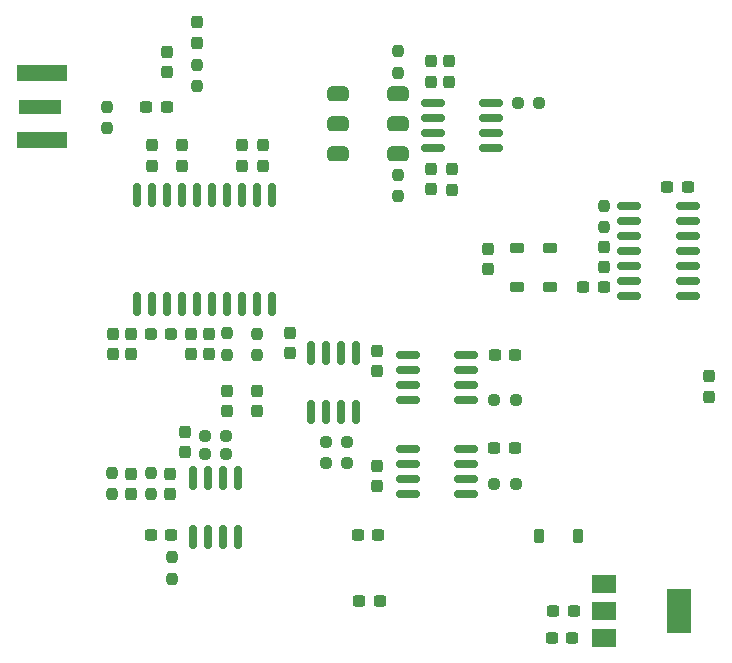
<source format=gbr>
%TF.GenerationSoftware,KiCad,Pcbnew,7.0.6-0*%
%TF.CreationDate,2023-12-30T17:27:14-06:00*%
%TF.ProjectId,IF_AND_DEMOD,49465f41-4e44-45f4-9445-4d4f442e6b69,rev?*%
%TF.SameCoordinates,Original*%
%TF.FileFunction,Paste,Top*%
%TF.FilePolarity,Positive*%
%FSLAX46Y46*%
G04 Gerber Fmt 4.6, Leading zero omitted, Abs format (unit mm)*
G04 Created by KiCad (PCBNEW 7.0.6-0) date 2023-12-30 17:27:14*
%MOMM*%
%LPD*%
G01*
G04 APERTURE LIST*
G04 Aperture macros list*
%AMRoundRect*
0 Rectangle with rounded corners*
0 $1 Rounding radius*
0 $2 $3 $4 $5 $6 $7 $8 $9 X,Y pos of 4 corners*
0 Add a 4 corners polygon primitive as box body*
4,1,4,$2,$3,$4,$5,$6,$7,$8,$9,$2,$3,0*
0 Add four circle primitives for the rounded corners*
1,1,$1+$1,$2,$3*
1,1,$1+$1,$4,$5*
1,1,$1+$1,$6,$7*
1,1,$1+$1,$8,$9*
0 Add four rect primitives between the rounded corners*
20,1,$1+$1,$2,$3,$4,$5,0*
20,1,$1+$1,$4,$5,$6,$7,0*
20,1,$1+$1,$6,$7,$8,$9,0*
20,1,$1+$1,$8,$9,$2,$3,0*%
G04 Aperture macros list end*
%ADD10RoundRect,0.237500X0.300000X0.237500X-0.300000X0.237500X-0.300000X-0.237500X0.300000X-0.237500X0*%
%ADD11RoundRect,0.237500X0.250000X0.237500X-0.250000X0.237500X-0.250000X-0.237500X0.250000X-0.237500X0*%
%ADD12RoundRect,0.237500X-0.237500X0.250000X-0.237500X-0.250000X0.237500X-0.250000X0.237500X0.250000X0*%
%ADD13RoundRect,0.225000X0.375000X-0.225000X0.375000X0.225000X-0.375000X0.225000X-0.375000X-0.225000X0*%
%ADD14RoundRect,0.237500X-0.300000X-0.237500X0.300000X-0.237500X0.300000X0.237500X-0.300000X0.237500X0*%
%ADD15RoundRect,0.237500X-0.250000X-0.237500X0.250000X-0.237500X0.250000X0.237500X-0.250000X0.237500X0*%
%ADD16RoundRect,0.237500X0.237500X-0.300000X0.237500X0.300000X-0.237500X0.300000X-0.237500X-0.300000X0*%
%ADD17RoundRect,0.150000X-0.825000X-0.150000X0.825000X-0.150000X0.825000X0.150000X-0.825000X0.150000X0*%
%ADD18RoundRect,0.237500X-0.237500X0.300000X-0.237500X-0.300000X0.237500X-0.300000X0.237500X0.300000X0*%
%ADD19RoundRect,0.150000X0.150000X-0.825000X0.150000X0.825000X-0.150000X0.825000X-0.150000X-0.825000X0*%
%ADD20RoundRect,0.225000X0.225000X0.375000X-0.225000X0.375000X-0.225000X-0.375000X0.225000X-0.375000X0*%
%ADD21RoundRect,0.237500X0.237500X-0.250000X0.237500X0.250000X-0.237500X0.250000X-0.237500X-0.250000X0*%
%ADD22R,3.600000X1.270000*%
%ADD23R,4.200000X1.350000*%
%ADD24RoundRect,0.237500X0.287500X0.237500X-0.287500X0.237500X-0.287500X-0.237500X0.287500X-0.237500X0*%
%ADD25RoundRect,0.150000X0.150000X-0.875000X0.150000X0.875000X-0.150000X0.875000X-0.150000X-0.875000X0*%
%ADD26RoundRect,0.317500X-0.572500X0.317500X-0.572500X-0.317500X0.572500X-0.317500X0.572500X0.317500X0*%
%ADD27RoundRect,0.225000X-0.375000X0.225000X-0.375000X-0.225000X0.375000X-0.225000X0.375000X0.225000X0*%
%ADD28R,2.000000X1.500000*%
%ADD29R,2.000000X3.800000*%
G04 APERTURE END LIST*
D10*
%TO.C,C27*%
X113157000Y-152527000D03*
X111432000Y-152527000D03*
%TD*%
D11*
%TO.C,R9*%
X91463500Y-167386000D03*
X89638500Y-167386000D03*
%TD*%
D12*
%TO.C,R16*%
X71501000Y-168251500D03*
X71501000Y-170076500D03*
%TD*%
D13*
%TO.C,D4*%
X105791000Y-152527000D03*
X105791000Y-149227000D03*
%TD*%
D14*
%TO.C,C29*%
X108790000Y-182245000D03*
X110515000Y-182245000D03*
%TD*%
D15*
%TO.C,R13*%
X79375000Y-166624000D03*
X81200000Y-166624000D03*
%TD*%
D16*
%TO.C,C26*%
X113157000Y-150823000D03*
X113157000Y-149098000D03*
%TD*%
D12*
%TO.C,R4*%
X95758000Y-132541000D03*
X95758000Y-134366000D03*
%TD*%
D16*
%TO.C,C21*%
X93980000Y-169365000D03*
X93980000Y-167640000D03*
%TD*%
D17*
%TO.C,U5*%
X96585000Y-158242000D03*
X96585000Y-159512000D03*
X96585000Y-160782000D03*
X96585000Y-162052000D03*
X101535000Y-162052000D03*
X101535000Y-160782000D03*
X101535000Y-159512000D03*
X101535000Y-158242000D03*
%TD*%
D18*
%TO.C,C28*%
X103378000Y-149278000D03*
X103378000Y-151003000D03*
%TD*%
%TO.C,C15*%
X100076000Y-133403000D03*
X100076000Y-135128000D03*
%TD*%
D10*
%TO.C,C24*%
X105611000Y-166116000D03*
X103886000Y-166116000D03*
%TD*%
D12*
%TO.C,R7*%
X83820000Y-156464000D03*
X83820000Y-158289000D03*
%TD*%
D16*
%TO.C,C6*%
X78232000Y-158189000D03*
X78232000Y-156464000D03*
%TD*%
D11*
%TO.C,R8*%
X91440000Y-165608000D03*
X89615000Y-165608000D03*
%TD*%
D16*
%TO.C,C5*%
X79756000Y-158189000D03*
X79756000Y-156464000D03*
%TD*%
D18*
%TO.C,C20*%
X93980000Y-157887500D03*
X93980000Y-159612500D03*
%TD*%
D16*
%TO.C,C32*%
X76454000Y-170053000D03*
X76454000Y-168328000D03*
%TD*%
%TO.C,C8*%
X71628000Y-158189000D03*
X71628000Y-156464000D03*
%TD*%
D12*
%TO.C,R17*%
X76581000Y-175387000D03*
X76581000Y-177212000D03*
%TD*%
D11*
%TO.C,R14*%
X81200000Y-165100000D03*
X79375000Y-165100000D03*
%TD*%
D18*
%TO.C,C4*%
X77470000Y-140515000D03*
X77470000Y-142240000D03*
%TD*%
D19*
%TO.C,U3*%
X88392000Y-163068000D03*
X89662000Y-163068000D03*
X90932000Y-163068000D03*
X92202000Y-163068000D03*
X92202000Y-158118000D03*
X90932000Y-158118000D03*
X89662000Y-158118000D03*
X88392000Y-158118000D03*
%TD*%
D20*
%TO.C,D6*%
X111021000Y-173609000D03*
X107721000Y-173609000D03*
%TD*%
D21*
%TO.C,R12*%
X113157000Y-147447000D03*
X113157000Y-145622000D03*
%TD*%
D18*
%TO.C,C16*%
X81280000Y-161290000D03*
X81280000Y-163015000D03*
%TD*%
%TO.C,C35*%
X122047000Y-160073000D03*
X122047000Y-161798000D03*
%TD*%
D12*
%TO.C,R15*%
X74803000Y-168228000D03*
X74803000Y-170053000D03*
%TD*%
%TO.C,R3*%
X95758000Y-143002000D03*
X95758000Y-144827000D03*
%TD*%
D17*
%TO.C,U6*%
X96585000Y-166243000D03*
X96585000Y-167513000D03*
X96585000Y-168783000D03*
X96585000Y-170053000D03*
X101535000Y-170053000D03*
X101535000Y-168783000D03*
X101535000Y-167513000D03*
X101535000Y-166243000D03*
%TD*%
D18*
%TO.C,C34*%
X73152000Y-168328000D03*
X73152000Y-170053000D03*
%TD*%
D22*
%TO.C,J1*%
X65422500Y-137240000D03*
D23*
X65622500Y-134415000D03*
X65622500Y-140065000D03*
%TD*%
D18*
%TO.C,C2*%
X76200000Y-132588000D03*
X76200000Y-134313000D03*
%TD*%
D24*
%TO.C,FB1*%
X76567000Y-156464000D03*
X74817000Y-156464000D03*
%TD*%
D16*
%TO.C,C11*%
X82550000Y-142240000D03*
X82550000Y-140515000D03*
%TD*%
D12*
%TO.C,R6*%
X81280000Y-156417000D03*
X81280000Y-158242000D03*
%TD*%
D17*
%TO.C,U2*%
X98682000Y-136906000D03*
X98682000Y-138176000D03*
X98682000Y-139446000D03*
X98682000Y-140716000D03*
X103632000Y-140716000D03*
X103632000Y-139446000D03*
X103632000Y-138176000D03*
X103632000Y-136906000D03*
%TD*%
D15*
%TO.C,R10*%
X103886000Y-162052000D03*
X105711000Y-162052000D03*
%TD*%
D10*
%TO.C,C22*%
X105664000Y-158242000D03*
X103939000Y-158242000D03*
%TD*%
D17*
%TO.C,U4*%
X115316000Y-145669000D03*
X115316000Y-146939000D03*
X115316000Y-148209000D03*
X115316000Y-149479000D03*
X115316000Y-150749000D03*
X115316000Y-152019000D03*
X115316000Y-153289000D03*
X120266000Y-153289000D03*
X120266000Y-152019000D03*
X120266000Y-150749000D03*
X120266000Y-149479000D03*
X120266000Y-148209000D03*
X120266000Y-146939000D03*
X120266000Y-145669000D03*
%TD*%
D10*
%TO.C,C33*%
X76528000Y-173482000D03*
X74803000Y-173482000D03*
%TD*%
D18*
%TO.C,C13*%
X100330000Y-142547000D03*
X100330000Y-144272000D03*
%TD*%
%TO.C,C19*%
X86614000Y-156363500D03*
X86614000Y-158088500D03*
%TD*%
D16*
%TO.C,C7*%
X73152000Y-158189000D03*
X73152000Y-156464000D03*
%TD*%
D14*
%TO.C,C1*%
X74424200Y-137236200D03*
X76149200Y-137236200D03*
%TD*%
D16*
%TO.C,C12*%
X98552000Y-144219000D03*
X98552000Y-142494000D03*
%TD*%
D25*
%TO.C,U1*%
X73660000Y-153979500D03*
X74930000Y-153979500D03*
X76200000Y-153979500D03*
X77470000Y-153979500D03*
X78740000Y-153979500D03*
X80010000Y-153979500D03*
X81280000Y-153979500D03*
X82550000Y-153979500D03*
X83820000Y-153979500D03*
X85090000Y-153979500D03*
X85090000Y-144679500D03*
X83820000Y-144679500D03*
X82550000Y-144679500D03*
X81280000Y-144679500D03*
X80010000Y-144679500D03*
X78740000Y-144679500D03*
X77470000Y-144679500D03*
X76200000Y-144679500D03*
X74930000Y-144679500D03*
X73660000Y-144679500D03*
%TD*%
D26*
%TO.C,T1*%
X95758000Y-136144000D03*
X95758000Y-138684000D03*
X95758000Y-141224000D03*
X90678000Y-141224000D03*
X90678000Y-138684000D03*
X90678000Y-136144000D03*
%TD*%
D27*
%TO.C,D3*%
X108585000Y-149226000D03*
X108585000Y-152526000D03*
%TD*%
D16*
%TO.C,C14*%
X98552000Y-135128000D03*
X98552000Y-133403000D03*
%TD*%
D10*
%TO.C,C30*%
X110615500Y-179959000D03*
X108890500Y-179959000D03*
%TD*%
D12*
%TO.C,R1*%
X71120000Y-137240000D03*
X71120000Y-139065000D03*
%TD*%
D19*
%TO.C,U8*%
X78359000Y-173671000D03*
X79629000Y-173671000D03*
X80899000Y-173671000D03*
X82169000Y-173671000D03*
X82169000Y-168721000D03*
X80899000Y-168721000D03*
X79629000Y-168721000D03*
X78359000Y-168721000D03*
%TD*%
D14*
%TO.C,C23*%
X92472500Y-179070000D03*
X94197500Y-179070000D03*
%TD*%
D18*
%TO.C,C3*%
X74930000Y-140515000D03*
X74930000Y-142240000D03*
%TD*%
%TO.C,C17*%
X83820000Y-161290000D03*
X83820000Y-163015000D03*
%TD*%
D15*
%TO.C,R5*%
X105871000Y-136906000D03*
X107696000Y-136906000D03*
%TD*%
D18*
%TO.C,C31*%
X77724000Y-164745500D03*
X77724000Y-166470500D03*
%TD*%
D12*
%TO.C,R2*%
X78740000Y-133707500D03*
X78740000Y-135532500D03*
%TD*%
D16*
%TO.C,C10*%
X84328000Y-142240000D03*
X84328000Y-140515000D03*
%TD*%
D28*
%TO.C,U7*%
X113207000Y-177659000D03*
X113207000Y-179959000D03*
D29*
X119507000Y-179959000D03*
D28*
X113207000Y-182259000D03*
%TD*%
D18*
%TO.C,C9*%
X78740000Y-130101000D03*
X78740000Y-131826000D03*
%TD*%
D14*
%TO.C,C18*%
X118544000Y-144018000D03*
X120269000Y-144018000D03*
%TD*%
D15*
%TO.C,R11*%
X103886000Y-169164000D03*
X105711000Y-169164000D03*
%TD*%
D14*
%TO.C,C25*%
X92355500Y-173482000D03*
X94080500Y-173482000D03*
%TD*%
M02*

</source>
